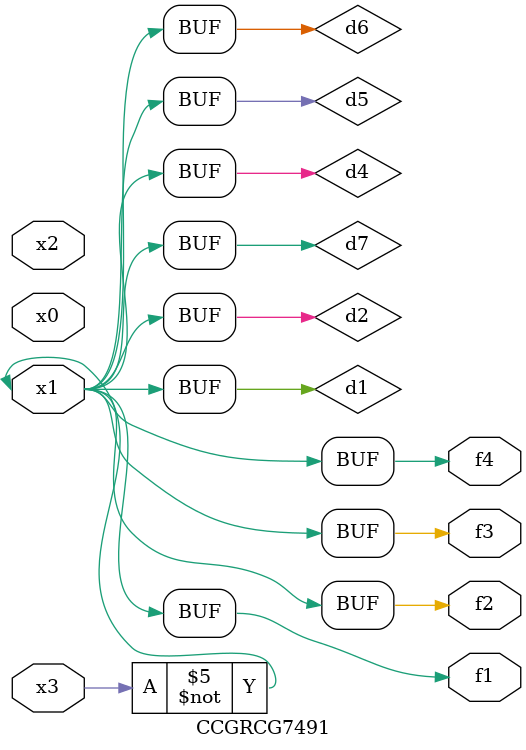
<source format=v>
module CCGRCG7491(
	input x0, x1, x2, x3,
	output f1, f2, f3, f4
);

	wire d1, d2, d3, d4, d5, d6, d7;

	not (d1, x3);
	buf (d2, x1);
	xnor (d3, d1, d2);
	nor (d4, d1);
	buf (d5, d1, d2);
	buf (d6, d4, d5);
	nand (d7, d4);
	assign f1 = d6;
	assign f2 = d7;
	assign f3 = d6;
	assign f4 = d6;
endmodule

</source>
